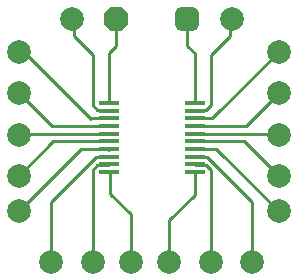
<source format=gtl>
G04*
G04 #@! TF.GenerationSoftware,Altium Limited,Altium Designer,23.8.1 (32)*
G04*
G04 Layer_Physical_Order=1*
G04 Layer_Color=255*
%FSLAX44Y44*%
%MOMM*%
G71*
G04*
G04 #@! TF.SameCoordinates,1C6102A1-C030-4D01-BDD8-3087C58EC81D*
G04*
G04*
G04 #@! TF.FilePolarity,Positive*
G04*
G01*
G75*
%ADD11C,0.2540*%
%ADD13R,1.6510X0.4318*%
%ADD17C,2.0000*%
G04:AMPARAMS|DCode=18|XSize=2mm|YSize=2mm|CornerRadius=0.5mm|HoleSize=0mm|Usage=FLASHONLY|Rotation=270.000|XOffset=0mm|YOffset=0mm|HoleType=Round|Shape=RoundedRectangle|*
%AMROUNDEDRECTD18*
21,1,2.0000,1.0000,0,0,270.0*
21,1,1.0000,2.0000,0,0,270.0*
1,1,1.0000,-0.5000,-0.5000*
1,1,1.0000,-0.5000,0.5000*
1,1,1.0000,0.5000,0.5000*
1,1,1.0000,0.5000,-0.5000*
%
%ADD18ROUNDEDRECTD18*%
G04:AMPARAMS|DCode=19|XSize=2mm|YSize=2mm|CornerRadius=0mm|HoleSize=0mm|Usage=FLASHONLY|Rotation=270.000|XOffset=0mm|YOffset=0mm|HoleType=Round|Shape=Octagon|*
%AMOCTAGOND19*
4,1,8,-0.5000,-1.0000,0.5000,-1.0000,1.0000,-0.5000,1.0000,0.5000,0.5000,1.0000,-0.5000,1.0000,-1.0000,0.5000,-1.0000,-0.5000,-0.5000,-1.0000,0.0*
%
%ADD19OCTAGOND19*%

D11*
X742500Y810000D02*
X795250Y862750D01*
X818678D01*
X771750Y869250D02*
X818678D01*
X742500Y840000D02*
X771750Y869250D01*
X742875Y875375D02*
X818303D01*
X818678Y875750D01*
X742500Y875000D02*
X742875Y875375D01*
X742500Y910000D02*
X770250Y882250D01*
X818678D01*
X742500Y945000D02*
X747104D01*
X803552Y888552D02*
X803750Y888750D01*
X747104Y945000D02*
X803552Y888552D01*
X803750Y888750D02*
X818678D01*
X742500Y942500D02*
X744711Y940289D01*
X805000Y899626D02*
Y942500D01*
Y899626D02*
X808845Y895781D01*
X909750Y862750D02*
X962500Y810000D01*
X891322Y862750D02*
X909750D01*
X818147Y862219D02*
X818678Y862750D01*
X770000Y817559D02*
X808161Y855719D01*
X770000Y767500D02*
Y817559D01*
X891322Y869250D02*
X933250D01*
X962500Y840000D01*
X808161Y855719D02*
X818147D01*
X818678Y856250D01*
X940000Y767500D02*
Y817559D01*
X901840Y855719D02*
X940000Y817559D01*
X891853Y855719D02*
X901840D01*
X891322Y856250D02*
X891853Y855719D01*
X805000Y767500D02*
Y845374D01*
X808845Y849219D01*
X818147D01*
X818678Y849750D01*
X891853Y849219D02*
X901155D01*
X905000Y767500D02*
Y845375D01*
X891322Y849750D02*
X891853Y849219D01*
X901155D02*
X905000Y845375D01*
X870000Y802500D02*
X891322Y823822D01*
X870000Y767500D02*
Y802500D01*
X891322Y823822D02*
Y843250D01*
X820000Y825000D02*
X837500Y807500D01*
Y767500D02*
Y807500D01*
X820000Y825000D02*
Y842361D01*
X818678Y843250D02*
X819111D01*
X820000Y842361D01*
X962125Y875375D02*
X962500Y875000D01*
X891322Y875750D02*
X891697Y875375D01*
X962125D01*
X891322Y882250D02*
X934750D01*
X962500Y910000D01*
X891322Y888750D02*
X906250D01*
X962500Y945000D01*
X788810Y958690D02*
Y971190D01*
X787500Y972500D02*
X788810Y971190D01*
Y958690D02*
X805000Y942500D01*
X808845Y895781D02*
X818147D01*
X818678Y895250D01*
X825000Y950000D02*
Y975000D01*
X818678Y901750D02*
Y943678D01*
X825000Y972500D02*
Y975000D01*
X818678Y943678D02*
X825000Y950000D01*
X885000D02*
X891322Y943678D01*
X905000Y942500D02*
X921190Y958690D01*
X901155Y895781D02*
X905000Y899626D01*
Y942500D01*
X891322Y901750D02*
Y943678D01*
X921190Y958690D02*
Y971190D01*
X922500Y972500D01*
X891853Y895781D02*
X901155D01*
X891322Y895250D02*
X891853Y895781D01*
X885000Y950000D02*
Y972500D01*
D13*
X891322Y901750D02*
D03*
Y895250D02*
D03*
Y888750D02*
D03*
Y882250D02*
D03*
Y875750D02*
D03*
Y869250D02*
D03*
Y862750D02*
D03*
Y856250D02*
D03*
Y849750D02*
D03*
Y843250D02*
D03*
X818678D02*
D03*
Y849750D02*
D03*
Y856250D02*
D03*
Y862750D02*
D03*
Y869250D02*
D03*
Y875750D02*
D03*
Y882250D02*
D03*
Y888750D02*
D03*
Y895250D02*
D03*
Y901750D02*
D03*
D17*
X742500Y875000D02*
D03*
Y810000D02*
D03*
Y840000D02*
D03*
Y910000D02*
D03*
Y945000D02*
D03*
X770000Y767500D02*
D03*
X805000D02*
D03*
X905000D02*
D03*
X870000D02*
D03*
X940000D02*
D03*
X962500Y810000D02*
D03*
Y840000D02*
D03*
Y910000D02*
D03*
Y875000D02*
D03*
Y945000D02*
D03*
X787500Y972500D02*
D03*
X922500D02*
D03*
X837500Y767500D02*
D03*
D18*
X885000Y972500D02*
D03*
D19*
X825000D02*
D03*
M02*

</source>
